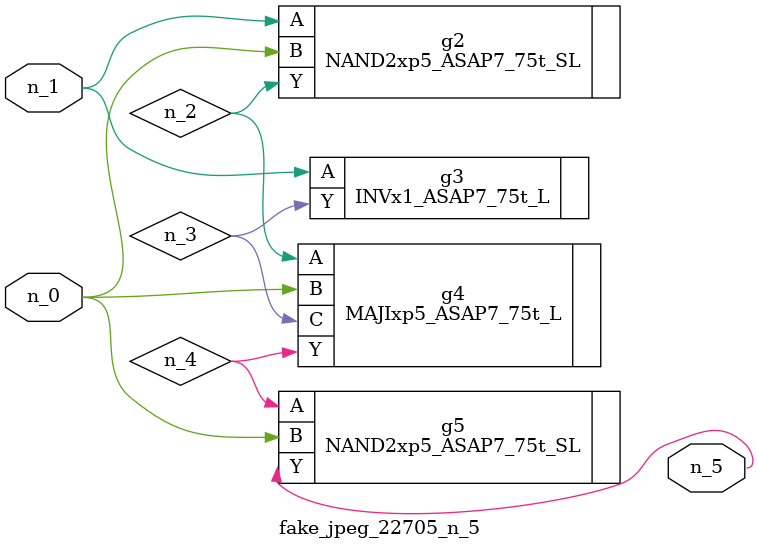
<source format=v>
module fake_jpeg_22705_n_5 (n_0, n_1, n_5);

input n_0;
input n_1;

output n_5;

wire n_3;
wire n_2;
wire n_4;

NAND2xp5_ASAP7_75t_SL g2 ( 
.A(n_1),
.B(n_0),
.Y(n_2)
);

INVx1_ASAP7_75t_L g3 ( 
.A(n_1),
.Y(n_3)
);

MAJIxp5_ASAP7_75t_L g4 ( 
.A(n_2),
.B(n_0),
.C(n_3),
.Y(n_4)
);

NAND2xp5_ASAP7_75t_SL g5 ( 
.A(n_4),
.B(n_0),
.Y(n_5)
);


endmodule
</source>
